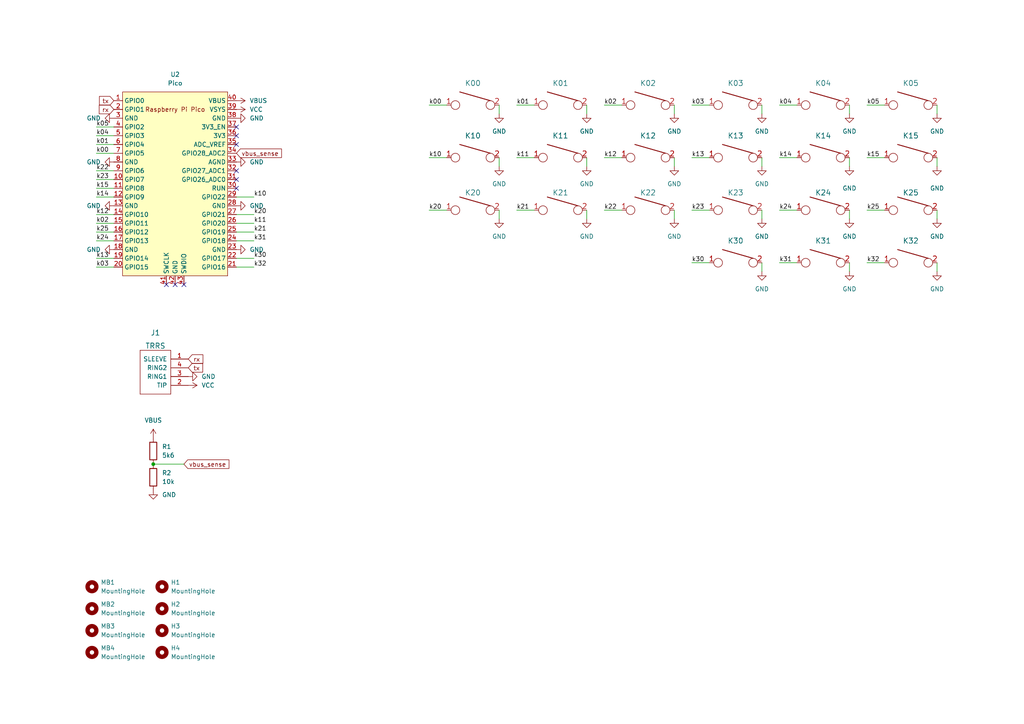
<source format=kicad_sch>
(kicad_sch (version 20211123) (generator eeschema)
  (paper "A4")
  (title_block (rev "rev1.0"))
  (lib_symbols
    (symbol "Device:R" (pin_numbers hide) (pin_names (offset 0))
      (property "Reference" "R" (at 2.032 0 90))
      (property "Value" "R" (at 0 0 90))
      (symbol "R_0_1"
        (rectangle (start -1.016 -2.54) (end 1.016 2.54) (stroke (width 0.254)))
      )
      (symbol "R_1_1"
        (pin passive line (at 0 3.81 270) (length 1.27) (name "~") (number "1"))
        (pin passive line (at 0 -3.81 90) (length 1.27) (name "~") (number "2"))
      )
    )
    (symbol "KiCad-RP-Pico:Pico"
      (property "Reference" "U" (at -13.97 27.94 0))
      (property "Value" "Pico" (at 0 19.05 0))
      (symbol "Pico_0_0"
        (text "Raspberry Pi Pico" (at 0 21.59 0) (effects (font (size 1.27 1.27))))
      )
      (symbol "Pico_0_1"
        (rectangle (start -15.24 26.67) (end 15.24 -26.67) (fill (type background)))
      )
      (symbol "Pico_1_1"
        (pin bidirectional line (at -17.78 24.13 0) (length 2.54) (name "GPIO0") (number "1"))
        (pin bidirectional line (at -17.78 1.27 0) (length 2.54) (name "GPIO7") (number "10"))
        (pin bidirectional line (at -17.78 -1.27 0) (length 2.54) (name "GPIO8") (number "11"))
        (pin bidirectional line (at -17.78 -3.81 0) (length 2.54) (name "GPIO9") (number "12"))
        (pin power_in line (at -17.78 -6.35 0) (length 2.54) (name "GND") (number "13"))
        (pin bidirectional line (at -17.78 -8.89 0) (length 2.54) (name "GPIO10") (number "14"))
        (pin bidirectional line (at -17.78 -11.43 0) (length 2.54) (name "GPIO11") (number "15"))
        (pin bidirectional line (at -17.78 -13.97 0) (length 2.54) (name "GPIO12") (number "16"))
        (pin bidirectional line (at -17.78 -16.51 0) (length 2.54) (name "GPIO13") (number "17"))
        (pin power_in line (at -17.78 -19.05 0) (length 2.54) (name "GND") (number "18"))
        (pin bidirectional line (at -17.78 -21.59 0) (length 2.54) (name "GPIO14") (number "19"))
        (pin bidirectional line (at -17.78 21.59 0) (length 2.54) (name "GPIO1") (number "2"))
        (pin bidirectional line (at -17.78 -24.13 0) (length 2.54) (name "GPIO15") (number "20"))
        (pin bidirectional line (at 17.78 -24.13 180) (length 2.54) (name "GPIO16") (number "21"))
        (pin bidirectional line (at 17.78 -21.59 180) (length 2.54) (name "GPIO17") (number "22"))
        (pin power_in line (at 17.78 -19.05 180) (length 2.54) (name "GND") (number "23"))
        (pin bidirectional line (at 17.78 -16.51 180) (length 2.54) (name "GPIO18") (number "24"))
        (pin bidirectional line (at 17.78 -13.97 180) (length 2.54) (name "GPIO19") (number "25"))
        (pin bidirectional line (at 17.78 -11.43 180) (length 2.54) (name "GPIO20") (number "26"))
        (pin bidirectional line (at 17.78 -8.89 180) (length 2.54) (name "GPIO21") (number "27"))
        (pin power_in line (at 17.78 -6.35 180) (length 2.54) (name "GND") (number "28"))
        (pin bidirectional line (at 17.78 -3.81 180) (length 2.54) (name "GPIO22") (number "29"))
        (pin power_in line (at -17.78 19.05 0) (length 2.54) (name "GND") (number "3"))
        (pin input line (at 17.78 -1.27 180) (length 2.54) (name "RUN") (number "30"))
        (pin bidirectional line (at 17.78 1.27 180) (length 2.54) (name "GPIO26_ADC0") (number "31"))
        (pin bidirectional line (at 17.78 3.81 180) (length 2.54) (name "GPIO27_ADC1") (number "32"))
        (pin power_in line (at 17.78 6.35 180) (length 2.54) (name "AGND") (number "33"))
        (pin bidirectional line (at 17.78 8.89 180) (length 2.54) (name "GPIO28_ADC2") (number "34"))
        (pin power_in line (at 17.78 11.43 180) (length 2.54) (name "ADC_VREF") (number "35"))
        (pin power_in line (at 17.78 13.97 180) (length 2.54) (name "3V3") (number "36"))
        (pin input line (at 17.78 16.51 180) (length 2.54) (name "3V3_EN") (number "37"))
        (pin bidirectional line (at 17.78 19.05 180) (length 2.54) (name "GND") (number "38"))
        (pin power_in line (at 17.78 21.59 180) (length 2.54) (name "VSYS") (number "39"))
        (pin bidirectional line (at -17.78 16.51 0) (length 2.54) (name "GPIO2") (number "4"))
        (pin power_in line (at 17.78 24.13 180) (length 2.54) (name "VBUS") (number "40"))
        (pin input line (at -2.54 -29.21 90) (length 2.54) (name "SWCLK") (number "41"))
        (pin power_in line (at 0 -29.21 90) (length 2.54) (name "GND") (number "42"))
        (pin bidirectional line (at 2.54 -29.21 90) (length 2.54) (name "SWDIO") (number "43"))
        (pin bidirectional line (at -17.78 13.97 0) (length 2.54) (name "GPIO3") (number "5"))
        (pin bidirectional line (at -17.78 11.43 0) (length 2.54) (name "GPIO4") (number "6"))
        (pin bidirectional line (at -17.78 8.89 0) (length 2.54) (name "GPIO5") (number "7"))
        (pin power_in line (at -17.78 6.35 0) (length 2.54) (name "GND") (number "8"))
        (pin bidirectional line (at -17.78 3.81 0) (length 2.54) (name "GPIO6") (number "9"))
      )
    )
    (symbol "Mechanical:MountingHole" (pin_names (offset 1.016))
      (property "Reference" "H" (at 0 5.08 0))
      (property "Value" "MountingHole" (at 0 3.175 0))
      (symbol "MountingHole_0_1"
        (circle (center 0 0) (radius 1.27) (stroke (width 1.27)))
      )
    )
    (symbol "keebio:TRRS" (pin_names (offset 1.016))
      (property "Reference" "U" (at 0 15.24 0))
      (property "Value" "TRRS" (at 0 -2.54 0))
      (symbol "TRRS_0_1"
        (rectangle (start -3.81 0) (end -3.81 12.7))
        (rectangle (start -3.81 12.7) (end 5.08 12.7))
        (rectangle (start 5.08 0) (end -3.81 0))
        (rectangle (start 5.08 12.7) (end 5.08 0))
      )
      (symbol "TRRS_1_1"
        (pin input line (at -8.89 2.54 0) (length 5.08) (name "SLEEVE") (number "1"))
        (pin input line (at -8.89 10.16 0) (length 5.08) (name "TIP") (number "2"))
        (pin input line (at -8.89 7.62 0) (length 5.08) (name "RING1") (number "3"))
        (pin input line (at -8.89 5.08 0) (length 5.08) (name "RING2") (number "4"))
      )
    )
    (symbol "keyboard_parts:KEYSW" (pin_names (offset 1.016))
      (property "Reference" "K?" (at -1.27 0 0))
      (symbol "KEYSW_0_1"
        (circle (center -5.08 0) (radius 1.27))
        (polyline (pts (xy -5.08 1.27) (xy 3.81 3.81)) (stroke (width 0.254)))
        (circle (center 5.08 0) (radius 1.27))
      )
      (symbol "KEYSW_1_1"
        (pin passive line (at 7.62 0 180) (length 1.27) (name "~") (number "1"))
        (pin passive line (at -7.62 0 0) (length 1.27) (name "~") (number "2"))
      )
    )
    (symbol "power:GND" (power) (pin_names (offset 0))
      (property "Value" "GND" (at 0 -3.81 0))
      (symbol "GND_0_1"
        (polyline (pts (xy 0 0) (xy 0 -1.27) (xy 1.27 -1.27) (xy 0 -2.54) (xy -1.27 -1.27) (xy 0 -1.27)))
      )
      (symbol "GND_1_1"
        (pin power_in line (at 0 0 270) (length 0) hide (name "GND") (number "1"))
      )
    )
    (symbol "power:VBUS" (power) (pin_names (offset 0))
      (property "Value" "VBUS" (at 0 3.81 0))
      (symbol "VBUS_0_1"
        (polyline (pts (xy -0.762 1.27) (xy 0 2.54)))
        (polyline (pts (xy 0 0) (xy 0 2.54)))
        (polyline (pts (xy 0 2.54) (xy 0.762 1.27)))
      )
      (symbol "VBUS_1_1"
        (pin power_in line (at 0 0 90) (length 0) hide (name "VBUS") (number "1"))
      )
    )
    (symbol "power:VCC" (power) (pin_names (offset 0))
      (property "Value" "VCC" (at 0 3.81 0))
      (symbol "VCC_0_1"
        (polyline (pts (xy -0.762 1.27) (xy 0 2.54)))
        (polyline (pts (xy 0 0) (xy 0 2.54)))
        (polyline (pts (xy 0 2.54) (xy 0.762 1.27)))
      )
      (symbol "VCC_1_1"
        (pin power_in line (at 0 0 90) (length 0) hide (name "VCC") (number "1"))
      )
    )
  )
  (junction (at 44.45 134.62))
  (no_connect (at 68.58 49.53))
  (no_connect (at 53.34 82.55))
  (no_connect (at 50.8 82.55))
  (no_connect (at 48.26 82.55))
  (no_connect (at 68.58 52.07))
  (no_connect (at 68.58 39.37))
  (no_connect (at 68.58 41.91))
  (no_connect (at 68.58 36.83))
  (no_connect (at 68.58 54.61))
  (wire (pts (xy 149.86 60.96) (xy 154.94 60.96)))
  (wire (pts (xy 27.94 41.91) (xy 33.02 41.91)))
  (wire (pts (xy 200.66 45.72) (xy 205.74 45.72)))
  (wire (pts (xy 251.46 30.48) (xy 256.54 30.48)))
  (wire (pts (xy 124.46 45.72) (xy 129.54 45.72)))
  (wire (pts (xy 200.66 60.96) (xy 205.74 60.96)))
  (wire (pts (xy 68.58 67.31) (xy 73.66 67.31)))
  (wire (pts (xy 149.86 45.72) (xy 154.94 45.72)))
  (wire (pts (xy 27.94 49.53) (xy 33.02 49.53)))
  (wire (pts (xy 68.58 62.23) (xy 73.66 62.23)))
  (wire (pts (xy 27.94 74.93) (xy 33.02 74.93)))
  (wire (pts (xy 175.26 60.96) (xy 180.34 60.96)))
  (wire (pts (xy 251.46 60.96) (xy 256.54 60.96)))
  (wire (pts (xy 195.58 63.5) (xy 195.58 60.96)))
  (wire (pts (xy 144.78 63.5) (xy 144.78 60.96)))
  (wire (pts (xy 246.38 48.26) (xy 246.38 45.72)))
  (wire (pts (xy 220.98 48.26) (xy 220.98 45.72)))
  (wire (pts (xy 144.78 48.26) (xy 144.78 45.72)))
  (wire (pts (xy 27.94 67.31) (xy 33.02 67.31)))
  (wire (pts (xy 27.94 77.47) (xy 33.02 77.47)))
  (wire (pts (xy 175.26 45.72) (xy 180.34 45.72)))
  (wire (pts (xy 246.38 78.74) (xy 246.38 76.2)))
  (wire (pts (xy 271.78 48.26) (xy 271.78 45.72)))
  (wire (pts (xy 200.66 76.2) (xy 205.74 76.2)))
  (wire (pts (xy 226.06 45.72) (xy 231.14 45.72)))
  (wire (pts (xy 68.58 57.15) (xy 73.66 57.15)))
  (wire (pts (xy 200.66 30.48) (xy 205.74 30.48)))
  (wire (pts (xy 220.98 78.74) (xy 220.98 76.2)))
  (wire (pts (xy 271.78 63.5) (xy 271.78 60.96)))
  (wire (pts (xy 124.46 60.96) (xy 129.54 60.96)))
  (wire (pts (xy 27.94 69.85) (xy 33.02 69.85)))
  (wire (pts (xy 27.94 54.61) (xy 33.02 54.61)))
  (wire (pts (xy 144.78 33.02) (xy 144.78 30.48)))
  (wire (pts (xy 195.58 48.26) (xy 195.58 45.72)))
  (wire (pts (xy 170.18 63.5) (xy 170.18 60.96)))
  (wire (pts (xy 246.38 63.5) (xy 246.38 60.96)))
  (wire (pts (xy 226.06 30.48) (xy 231.14 30.48)))
  (wire (pts (xy 124.46 30.48) (xy 129.54 30.48)))
  (wire (pts (xy 27.94 39.37) (xy 33.02 39.37)))
  (wire (pts (xy 27.94 57.15) (xy 33.02 57.15)))
  (wire (pts (xy 170.18 48.26) (xy 170.18 45.72)))
  (wire (pts (xy 175.26 30.48) (xy 180.34 30.48)))
  (wire (pts (xy 68.58 74.93) (xy 73.66 74.93)))
  (wire (pts (xy 27.94 36.83) (xy 33.02 36.83)))
  (wire (pts (xy 27.94 64.77) (xy 33.02 64.77)))
  (wire (pts (xy 44.45 134.62) (xy 53.34 134.62)))
  (wire (pts (xy 68.58 77.47) (xy 73.66 77.47)))
  (wire (pts (xy 195.58 33.02) (xy 195.58 30.48)))
  (wire (pts (xy 251.46 45.72) (xy 256.54 45.72)))
  (wire (pts (xy 27.94 44.45) (xy 33.02 44.45)))
  (wire (pts (xy 226.06 60.96) (xy 231.14 60.96)))
  (wire (pts (xy 68.58 64.77) (xy 73.66 64.77)))
  (wire (pts (xy 170.18 33.02) (xy 170.18 30.48)))
  (wire (pts (xy 226.06 76.2) (xy 231.14 76.2)))
  (wire (pts (xy 271.78 33.02) (xy 271.78 30.48)))
  (wire (pts (xy 246.38 33.02) (xy 246.38 30.48)))
  (wire (pts (xy 251.46 76.2) (xy 256.54 76.2)))
  (wire (pts (xy 220.98 33.02) (xy 220.98 30.48)))
  (wire (pts (xy 27.94 52.07) (xy 33.02 52.07)))
  (wire (pts (xy 27.94 62.23) (xy 33.02 62.23)))
  (wire (pts (xy 149.86 30.48) (xy 154.94 30.48)))
  (wire (pts (xy 68.58 69.85) (xy 73.66 69.85)))
  (wire (pts (xy 271.78 78.74) (xy 271.78 76.2)))
  (wire (pts (xy 220.98 63.5) (xy 220.98 60.96)))
  (label "k11" (at 73.66 64.77 0))
  (label "k21" (at 73.66 67.31 0))
  (label "k13" (at 27.94 74.93 0))
  (label "k30" (at 200.66 76.2 0))
  (label "k02" (at 175.26 30.48 0))
  (label "k04" (at 226.06 30.48 0))
  (label "k20" (at 73.66 62.23 0))
  (label "k00" (at 27.94 44.45 0))
  (label "k01" (at 27.94 41.91 0))
  (label "k00" (at 124.46 30.48 0))
  (label "k03" (at 200.66 30.48 0))
  (label "k15" (at 251.46 45.72 0))
  (label "k23" (at 200.66 60.96 0))
  (label "k10" (at 73.66 57.15 0))
  (label "k24" (at 226.06 60.96 0))
  (label "k05" (at 251.46 30.48 0))
  (label "k32" (at 73.66 77.47 0))
  (label "k22" (at 175.26 60.96 0))
  (label "k03" (at 27.94 77.47 0))
  (label "k02" (at 27.94 64.77 0))
  (label "k01" (at 149.86 30.48 0))
  (label "k22" (at 27.94 49.53 0))
  (label "k10" (at 124.46 45.72 0))
  (label "k12" (at 27.94 62.23 0))
  (label "k30" (at 73.66 74.93 0))
  (label "k31" (at 73.66 69.85 0))
  (label "k24" (at 27.94 69.85 0))
  (label "k32" (at 251.46 76.2 0))
  (label "k14" (at 226.06 45.72 0))
  (label "k12" (at 175.26 45.72 0))
  (label "k23" (at 27.94 52.07 0))
  (label "k11" (at 149.86 45.72 0))
  (label "k15" (at 27.94 54.61 0))
  (label "k25" (at 27.94 67.31 0))
  (label "k04" (at 27.94 39.37 0))
  (label "k31" (at 226.06 76.2 0))
  (label "k13" (at 200.66 45.72 0))
  (label "k21" (at 149.86 60.96 0))
  (label "k25" (at 251.46 60.96 0))
  (label "k05" (at 27.94 36.83 0))
  (label "k14" (at 27.94 57.15 0))
  (label "k20" (at 124.46 60.96 0))
  (global_label "rx" (shape input) (at 54.61 104.14 0) (property "Intersheet References" "${INTERSHEET_REFS}" (effects hide)))
  (global_label "vbus_sense" (shape input) (at 53.34 134.62 0) (property "Intersheet References" "${INTERSHEET_REFS}" (effects hide)))
  (global_label "tx" (shape input) (at 54.61 106.68 0) (property "Intersheet References" "${INTERSHEET_REFS}" (effects hide)))
  (global_label "tx" (shape input) (at 33.02 29.21 180) (property "Intersheet References" "${INTERSHEET_REFS}" (effects hide)))
  (global_label "vbus_sense" (shape input) (at 68.58 44.45 0) (property "Intersheet References" "${INTERSHEET_REFS}" (effects hide)))
  (global_label "rx" (shape input) (at 33.02 31.75 180) (property "Intersheet References" "${INTERSHEET_REFS}" (effects hide)))
  (symbol (lib_id "keyboard_parts:KEYSW") (at 264.16 76.2 0) (mirror y) (unit 1)
    (property "Reference" "K32" (at 264.16 69.85 0) (effects (font (size 1.524 1.524))))
    (property "Value" "KEYSW" (effects hide))
    (property "Footprint" "keyswitches:SW_PG1350_reversible" (effects hide))
  )
  (symbol (lib_id "Mechanical:MountingHole") (at 26.67 182.88 0) (unit 1)
    (property "Reference" "MB3" (at 29.21 181.6099 0) (effects (justify left)))
    (property "Value" "MountingHole" (at 29.21 184.1499 0) (effects (justify left)))
    (property "Footprint" "beekeeb_lib:mousebites" (effects hide))
  )
  (symbol (lib_id "power:GND") (at 195.58 48.26 0) (unit 1)
    (property "Reference" "#PWR0104" (effects hide))
    (property "Value" "GND" (at 195.58 53.34 0))
  )
  (symbol (lib_id "power:VBUS") (at 68.58 29.21 270) (unit 1)
    (property "Reference" "#PWR0124" (effects hide))
    (property "Value" "VBUS" (at 72.39 29.2099 90) (effects (justify left)))
  )
  (symbol (lib_id "power:GND") (at 33.02 59.69 270) (unit 1)
    (property "Reference" "#PWR0128" (effects hide))
    (property "Value" "GND" (at 29.21 59.6899 90) (effects (justify right)))
  )
  (symbol (lib_id "keyboard_parts:KEYSW") (at 238.76 60.96 0) (mirror y) (unit 1)
    (property "Reference" "K24" (at 238.76 55.88 0) (effects (font (size 1.524 1.524))))
    (property "Value" "KEYSW" (effects hide))
    (property "Footprint" "keyswitches:SW_PG1350_reversible" (effects hide))
  )
  (symbol (lib_id "power:GND") (at 68.58 46.99 90) (unit 1)
    (property "Reference" "#PWR0111" (effects hide))
    (property "Value" "GND" (at 72.39 46.9899 90) (effects (justify right)))
  )
  (symbol (lib_id "power:GND") (at 54.61 109.22 90) (unit 1)
    (property "Reference" "#PWR0126" (effects hide))
    (property "Value" "GND" (at 58.42 109.2199 90) (effects (justify right)))
  )
  (symbol (lib_id "keyboard_parts:KEYSW") (at 137.16 30.48 0) (mirror y) (unit 1)
    (property "Reference" "K00" (at 137.16 24.13 0) (effects (font (size 1.524 1.524))))
    (property "Value" "KEYSW" (effects hide))
    (property "Footprint" "keyswitches:SW_PG1350_reversible" (effects hide))
  )
  (symbol (lib_id "Mechanical:MountingHole") (at 46.99 189.23 0) (unit 1)
    (property "Reference" "H4" (at 49.53 187.9599 0) (effects (justify left)))
    (property "Value" "MountingHole" (at 49.53 190.4999 0) (effects (justify left)))
    (property "Footprint" "beekeeb_lib:MountingHole_2.2mm_M2-8mm" (effects hide))
  )
  (symbol (lib_id "power:VBUS") (at 44.45 127 0) (unit 1)
    (property "Reference" "#PWR0125" (effects hide))
    (property "Value" "VBUS" (at 44.45 121.92 0))
  )
  (symbol (lib_id "keyboard_parts:KEYSW") (at 264.16 45.72 0) (mirror y) (unit 1)
    (property "Reference" "K15" (at 264.16 39.37 0) (effects (font (size 1.524 1.524))))
    (property "Value" "KEYSW" (effects hide))
    (property "Footprint" "keyswitches:SW_PG1350_reversible" (effects hide))
  )
  (symbol (lib_id "power:GND") (at 144.78 48.26 0) (unit 1)
    (property "Reference" "#PWR0107" (effects hide))
    (property "Value" "GND" (at 144.78 53.34 0))
  )
  (symbol (lib_id "power:GND") (at 195.58 63.5 0) (unit 1)
    (property "Reference" "#PWR0105" (effects hide))
    (property "Value" "GND" (at 195.58 68.58 0))
  )
  (symbol (lib_id "Mechanical:MountingHole") (at 26.67 176.53 0) (unit 1)
    (property "Reference" "MB2" (at 29.21 175.2599 0) (effects (justify left)))
    (property "Value" "MountingHole" (at 29.21 177.7999 0) (effects (justify left)))
    (property "Footprint" "beekeeb_lib:mousebites" (effects hide))
  )
  (symbol (lib_id "Mechanical:MountingHole") (at 46.99 176.53 0) (unit 1)
    (property "Reference" "H2" (at 49.53 175.2599 0) (effects (justify left)))
    (property "Value" "MountingHole" (at 49.53 177.7999 0) (effects (justify left)))
    (property "Footprint" "beekeeb_lib:MountingHole_2.2mm_M2-8mm" (effects hide))
  )
  (symbol (lib_id "keyboard_parts:KEYSW") (at 213.36 30.48 0) (mirror y) (unit 1)
    (property "Reference" "K03" (at 213.36 24.13 0) (effects (font (size 1.524 1.524))))
    (property "Value" "KEYSW" (effects hide))
    (property "Footprint" "keyswitches:SW_PG1350_reversible" (effects hide))
  )
  (symbol (lib_id "power:GND") (at 246.38 63.5 0) (unit 1)
    (property "Reference" "#PWR0121" (effects hide))
    (property "Value" "GND" (at 246.38 68.58 0))
  )
  (symbol (lib_id "keyboard_parts:KEYSW") (at 187.96 30.48 0) (mirror y) (unit 1)
    (property "Reference" "K02" (at 187.96 24.13 0) (effects (font (size 1.524 1.524))))
    (property "Value" "KEYSW" (effects hide))
    (property "Footprint" "keyswitches:SW_PG1350_reversible" (effects hide))
  )
  (symbol (lib_id "keyboard_parts:KEYSW") (at 162.56 45.72 0) (mirror y) (unit 1)
    (property "Reference" "K11" (at 162.56 39.37 0) (effects (font (size 1.524 1.524))))
    (property "Value" "KEYSW" (effects hide))
    (property "Footprint" "keyswitches:SW_PG1350_reversible" (effects hide))
  )
  (symbol (lib_id "keyboard_parts:KEYSW") (at 187.96 60.96 0) (mirror y) (unit 1)
    (property "Reference" "K22" (at 187.96 55.88 0) (effects (font (size 1.524 1.524))))
    (property "Value" "KEYSW" (effects hide))
    (property "Footprint" "keyswitches:SW_PG1350_reversible" (effects hide))
  )
  (symbol (lib_id "power:GND") (at 271.78 33.02 0) (unit 1)
    (property "Reference" "#PWR0115" (effects hide))
    (property "Value" "GND" (at 271.78 38.1 0))
  )
  (symbol (lib_id "power:GND") (at 271.78 63.5 0) (unit 1)
    (property "Reference" "#PWR0118" (effects hide))
    (property "Value" "GND" (at 271.78 68.58 0))
  )
  (symbol (lib_id "power:GND") (at 271.78 78.74 0) (unit 1)
    (property "Reference" "#PWR0117" (effects hide))
    (property "Value" "GND" (at 271.78 83.82 0))
  )
  (symbol (lib_id "Mechanical:MountingHole") (at 26.67 170.18 0) (unit 1)
    (property "Reference" "MB1" (at 29.21 168.9099 0) (effects (justify left)))
    (property "Value" "MountingHole" (at 29.21 171.4499 0) (effects (justify left)))
    (property "Footprint" "beekeeb_lib:mousebites" (effects hide))
  )
  (symbol (lib_id "power:GND") (at 246.38 48.26 0) (unit 1)
    (property "Reference" "#PWR0119" (effects hide))
    (property "Value" "GND" (at 246.38 54.61 0))
  )
  (symbol (lib_id "power:GND") (at 170.18 63.5 0) (unit 1)
    (property "Reference" "#PWR0101" (effects hide))
    (property "Value" "GND" (at 170.18 68.58 0))
  )
  (symbol (lib_id "keyboard_parts:KEYSW") (at 238.76 30.48 0) (mirror y) (unit 1)
    (property "Reference" "K04" (at 238.76 24.13 0) (effects (font (size 1.524 1.524))))
    (property "Value" "KEYSW" (effects hide))
    (property "Footprint" "keyswitches:SW_PG1350_reversible" (effects hide))
  )
  (symbol (lib_id "power:GND") (at 246.38 78.74 0) (unit 1)
    (property "Reference" "#PWR0120" (effects hide))
    (property "Value" "GND" (at 246.38 83.82 0))
  )
  (symbol (lib_id "power:GND") (at 68.58 72.39 90) (unit 1)
    (property "Reference" "#PWR0135" (effects hide))
    (property "Value" "GND" (at 72.39 72.3899 90) (effects (justify right)))
  )
  (symbol (lib_id "Device:R") (at 44.45 138.43 0) (unit 1)
    (property "Reference" "R2" (at 46.99 137.1599 0) (effects (justify left)))
    (property "Value" "10k" (at 46.99 139.6999 0) (effects (justify left)))
    (property "Footprint" "Resistor_SMD:R_1206_3216Metric_Pad1.30x1.75mm_HandSolder" (effects hide))
  )
  (symbol (lib_id "keyboard_parts:KEYSW") (at 213.36 76.2 0) (mirror y) (unit 1)
    (property "Reference" "K30" (at 213.36 69.85 0) (effects (font (size 1.524 1.524))))
    (property "Value" "KEYSW" (effects hide))
    (property "Footprint" "keyswitches:SW_PG1350_reversible" (effects hide))
  )
  (symbol (lib_id "power:GND") (at 246.38 33.02 0) (unit 1)
    (property "Reference" "#PWR0112" (effects hide))
    (property "Value" "GND" (at 246.38 38.1 0))
  )
  (symbol (lib_id "power:GND") (at 33.02 72.39 270) (unit 1)
    (property "Reference" "#PWR0129" (effects hide))
    (property "Value" "GND" (at 29.21 72.3899 90) (effects (justify right)))
  )
  (symbol (lib_id "keebio:TRRS") (at 45.72 101.6 180) (unit 1)
    (property "Reference" "J1" (at 45.085 96.52 0) (effects (font (size 1.524 1.524))))
    (property "Value" "TRRS" (at 45.085 100.33 0) (effects (font (size 1.524 1.524))))
    (property "Footprint" "Resistor_SMD:R_1206_3216Metric_Pad1.30x1.75mm_HandSolder" (effects hide))
  )
  (symbol (lib_id "power:GND") (at 68.58 34.29 90) (unit 1)
    (property "Reference" "#PWR0132" (effects hide))
    (property "Value" "GND" (at 72.39 34.2899 90) (effects (justify right)))
  )
  (symbol (lib_id "KiCad-RP-Pico:Pico") (at 50.8 53.34 0) (unit 1)
    (property "Reference" "U2" (at 50.8 21.59 0))
    (property "Value" "Pico" (at 50.8 24.13 0))
    (property "Footprint" "RPi_Pico:RPi_Pico_SMD_TH" (effects hide))
  )
  (symbol (lib_id "keyboard_parts:KEYSW") (at 137.16 60.96 0) (mirror y) (unit 1)
    (property "Reference" "K20" (at 137.16 55.88 0) (effects (font (size 1.524 1.524))))
    (property "Value" "KEYSW" (effects hide))
    (property "Footprint" "keyswitches:SW_PG1350_reversible" (effects hide))
  )
  (symbol (lib_id "power:GND") (at 44.45 142.24 0) (unit 1)
    (property "Reference" "#PWR0127" (effects hide))
    (property "Value" "GND" (at 46.99 143.5099 0) (effects (justify left)))
  )
  (symbol (lib_id "power:VCC") (at 68.58 31.75 270) (unit 1)
    (property "Reference" "#PWR0133" (effects hide))
    (property "Value" "VCC" (at 72.39 31.7499 90) (effects (justify left)))
  )
  (symbol (lib_id "power:GND") (at 271.78 48.26 0) (unit 1)
    (property "Reference" "#PWR0116" (effects hide))
    (property "Value" "GND" (at 271.78 54.61 0))
  )
  (symbol (lib_id "keyboard_parts:KEYSW") (at 213.36 60.96 0) (mirror y) (unit 1)
    (property "Reference" "K23" (at 213.36 55.88 0) (effects (font (size 1.524 1.524))))
    (property "Value" "KEYSW" (effects hide))
    (property "Footprint" "keyswitches:SW_PG1350_reversible" (effects hide))
  )
  (symbol (lib_id "power:GND") (at 68.58 59.69 90) (unit 1)
    (property "Reference" "#PWR0134" (effects hide))
    (property "Value" "GND" (at 72.39 59.6899 90) (effects (justify right)))
  )
  (symbol (lib_id "keyboard_parts:KEYSW") (at 137.16 45.72 0) (mirror y) (unit 1)
    (property "Reference" "K10" (at 137.16 39.37 0) (effects (font (size 1.524 1.524))))
    (property "Value" "KEYSW" (effects hide))
    (property "Footprint" "keyswitches:SW_PG1350_reversible" (effects hide))
  )
  (symbol (lib_id "keyboard_parts:KEYSW") (at 162.56 30.48 0) (mirror y) (unit 1)
    (property "Reference" "K01" (at 162.56 24.13 0) (effects (font (size 1.524 1.524))))
    (property "Value" "KEYSW" (effects hide))
    (property "Footprint" "keyswitches:SW_PG1350_reversible" (effects hide))
  )
  (symbol (lib_id "keyboard_parts:KEYSW") (at 264.16 60.96 0) (mirror y) (unit 1)
    (property "Reference" "K25" (at 264.16 55.88 0) (effects (font (size 1.524 1.524))))
    (property "Value" "KEYSW" (effects hide))
    (property "Footprint" "keyswitches:SW_PG1350_reversible" (effects hide))
  )
  (symbol (lib_id "power:GND") (at 33.02 46.99 270) (unit 1)
    (property "Reference" "#PWR0131" (effects hide))
    (property "Value" "GND" (at 29.21 46.9899 90) (effects (justify right)))
  )
  (symbol (lib_id "keyboard_parts:KEYSW") (at 238.76 76.2 0) (mirror y) (unit 1)
    (property "Reference" "K31" (at 238.76 69.85 0) (effects (font (size 1.524 1.524))))
    (property "Value" "KEYSW" (effects hide))
    (property "Footprint" "keyswitches:SW_PG1350_reversible" (effects hide))
  )
  (symbol (lib_id "Mechanical:MountingHole") (at 46.99 182.88 0) (unit 1)
    (property "Reference" "H3" (at 49.53 181.6099 0) (effects (justify left)))
    (property "Value" "MountingHole" (at 49.53 184.1499 0) (effects (justify left)))
    (property "Footprint" "beekeeb_lib:MountingHole_2.2mm_M2-8mm" (effects hide))
  )
  (symbol (lib_id "power:GND") (at 220.98 33.02 0) (unit 1)
    (property "Reference" "#PWR0123" (effects hide))
    (property "Value" "GND" (at 220.98 38.1 0))
  )
  (symbol (lib_id "keyboard_parts:KEYSW") (at 238.76 45.72 0) (mirror y) (unit 1)
    (property "Reference" "K14" (at 238.76 39.37 0) (effects (font (size 1.524 1.524))))
    (property "Value" "KEYSW" (effects hide))
    (property "Footprint" "keyswitches:SW_PG1350_reversible" (effects hide))
  )
  (symbol (lib_id "Mechanical:MountingHole") (at 26.67 189.23 0) (unit 1)
    (property "Reference" "MB4" (at 29.21 187.9599 0) (effects (justify left)))
    (property "Value" "MountingHole" (at 29.21 190.4999 0) (effects (justify left)))
    (property "Footprint" "beekeeb_lib:mousebites" (effects hide))
  )
  (symbol (lib_id "power:GND") (at 144.78 33.02 0) (unit 1)
    (property "Reference" "#PWR0109" (effects hide))
    (property "Value" "GND" (at 144.78 38.1 0))
  )
  (symbol (lib_id "power:GND") (at 33.02 34.29 270) (unit 1)
    (property "Reference" "#PWR0130" (effects hide))
    (property "Value" "GND" (at 29.21 34.2899 90) (effects (justify right)))
  )
  (symbol (lib_id "keyboard_parts:KEYSW") (at 213.36 45.72 0) (mirror y) (unit 1)
    (property "Reference" "K13" (at 213.36 39.37 0) (effects (font (size 1.524 1.524))))
    (property "Value" "KEYSW" (effects hide))
    (property "Footprint" "keyswitches:SW_PG1350_reversible" (effects hide))
  )
  (symbol (lib_id "power:GND") (at 195.58 33.02 0) (unit 1)
    (property "Reference" "#PWR0103" (effects hide))
    (property "Value" "GND" (at 195.58 38.1 0))
  )
  (symbol (lib_id "power:GND") (at 220.98 48.26 0) (unit 1)
    (property "Reference" "#PWR0122" (effects hide))
    (property "Value" "GND" (at 220.98 53.34 0))
  )
  (symbol (lib_id "keyboard_parts:KEYSW") (at 162.56 60.96 0) (mirror y) (unit 1)
    (property "Reference" "K21" (at 162.56 55.88 0) (effects (font (size 1.524 1.524))))
    (property "Value" "KEYSW" (effects hide))
    (property "Footprint" "keyswitches:SW_PG1350_reversible" (effects hide))
  )
  (symbol (lib_id "keyboard_parts:KEYSW") (at 187.96 45.72 0) (mirror y) (unit 1)
    (property "Reference" "K12" (at 187.96 39.37 0) (effects (font (size 1.524 1.524))))
    (property "Value" "KEYSW" (effects hide))
    (property "Footprint" "keyswitches:SW_PG1350_reversible" (effects hide))
  )
  (symbol (lib_id "power:GND") (at 220.98 78.74 0) (unit 1)
    (property "Reference" "#PWR0113" (effects hide))
    (property "Value" "GND" (at 220.98 83.82 0))
  )
  (symbol (lib_id "power:GND") (at 170.18 33.02 0) (unit 1)
    (property "Reference" "#PWR0106" (effects hide))
    (property "Value" "GND" (at 170.18 38.1 0))
  )
  (symbol (lib_id "power:GND") (at 170.18 48.26 0) (unit 1)
    (property "Reference" "#PWR0102" (effects hide))
    (property "Value" "GND" (at 170.18 53.34 0))
  )
  (symbol (lib_id "Mechanical:MountingHole") (at 46.99 170.18 0) (unit 1)
    (property "Reference" "H1" (at 49.53 168.9099 0) (effects (justify left)))
    (property "Value" "MountingHole" (at 49.53 171.4499 0) (effects (justify left)))
    (property "Footprint" "beekeeb_lib:MountingHole_2.2mm_M2-8mm" (effects hide))
  )
  (symbol (lib_id "power:GND") (at 220.98 63.5 0) (unit 1)
    (property "Reference" "#PWR0114" (effects hide))
    (property "Value" "GND" (at 220.98 68.58 0))
  )
  (symbol (lib_id "Device:R") (at 44.45 130.81 0) (unit 1)
    (property "Reference" "R1" (at 46.99 129.5399 0) (effects (justify left)))
    (property "Value" "5k6" (at 46.99 132.0799 0) (effects (justify left)))
    (property "Footprint" "Resistor_SMD:R_1206_3216Metric_Pad1.30x1.75mm_HandSolder" (effects hide))
  )
  (symbol (lib_id "power:GND") (at 144.78 63.5 0) (unit 1)
    (property "Reference" "#PWR0108" (effects hide))
    (property "Value" "GND" (at 144.78 68.58 0))
  )
  (symbol (lib_id "power:VCC") (at 54.61 111.76 270) (unit 1)
    (property "Reference" "#PWR0110" (effects hide))
    (property "Value" "VCC" (at 58.42 111.7599 90) (effects (justify left)))
  )
  (symbol (lib_id "keyboard_parts:KEYSW") (at 264.16 30.48 0) (mirror y) (unit 1)
    (property "Reference" "K05" (at 264.16 24.13 0) (effects (font (size 1.524 1.524))))
    (property "Value" "KEYSW" (effects hide))
    (property "Footprint" "keyswitches:SW_PG1350_reversible" (effects hide))
  )
)
</source>
